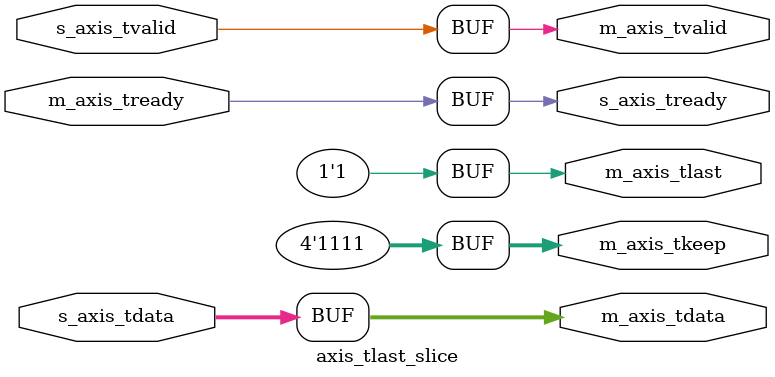
<source format=v>


module axis_tlast_slice
(
	(* X_INTERFACE_PARAMETER = "FREQ_HZ 100000000"*) input wire [31:0] s_axis_tdata,
	(* X_INTERFACE_PARAMETER = "FREQ_HZ 100000000"*) input wire s_axis_tvalid,
	(* X_INTERFACE_PARAMETER = "FREQ_HZ 100000000"*) output s_axis_tready,
	
	(* X_INTERFACE_PARAMETER = "FREQ_HZ 100000000"*) output wire [31:0] m_axis_tdata,
	(* X_INTERFACE_PARAMETER = "FREQ_HZ 100000000"*) output wire [3:0] m_axis_tkeep,
	(* X_INTERFACE_PARAMETER = "FREQ_HZ 100000000"*) output wire m_axis_tlast,
	(* X_INTERFACE_PARAMETER = "FREQ_HZ 100000000"*) input wire m_axis_tready,
	(* X_INTERFACE_PARAMETER = "FREQ_HZ 100000000"*) output wire m_axis_tvalid
	
);

assign s_axis_tready = m_axis_tready;
assign m_axis_tdata = s_axis_tdata;
assign m_axis_tvalid = s_axis_tvalid;
assign m_axis_tkeep = 4'b1111;
assign m_axis_tlast = 1'b1;


endmodule
</source>
